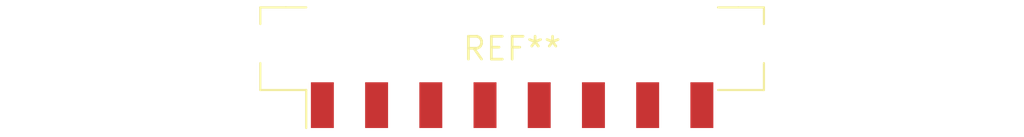
<source format=kicad_pcb>
(kicad_pcb (version 20240108) (generator pcbnew)
  (layers (0 "F.Cu" signal) (31 "B.Cu" signal) (34 "B.Paste" user) (35 "F.Paste" user) (36 "B.SilkS" user "B.Silkscreen") (37 "F.SilkS" user "F.Silkscreen") (38 "B.Mask" user) (39 "F.Mask" user) (44 "Edge.Cuts" user))
  (net 0 "")
  (footprint "Molex_Micro-Fit_3.0_43650-0821_1x08_P3.00mm_Vertical" (layer "F.Cu") (at 0 0)
    (property "Reference" "REF**")
    (property "Value" "Molex_Micro-Fit_3.0_43650-0821_1x08_P3.00mm_Vertical")
    (fp_line (start -13.935 -2.295) (end -12.515 -2.295) (layer "F.SilkS") (stroke (width 0.12)))
    (fp_line (start -13.935 -1.37) (end -13.935 -2.295) (layer "F.SilkS") (stroke (width 0.12)))
    (fp_line (start -13.935 0.8) (end -13.935 2.295) (layer "F.SilkS") (stroke (width 0.12)))
    (fp_line (start -13.935 2.295) (end -11.395 2.295) (layer "F.SilkS") (stroke (width 0.12)))
    (fp_line (start -12.515 -2.295) (end -12.515 -2.295) (layer "F.SilkS") (stroke (width 0.12)))
    (fp_line (start -12.515 -2.295) (end -11.395 -2.295) (layer "F.SilkS") (stroke (width 0.12)))
    (fp_line (start -11.395 2.295) (end -11.395 4.405) (layer "F.SilkS") (stroke (width 0.12)))
    (fp_line (start 12.515 -2.295) (end 11.395 -2.295) (layer "F.SilkS") (stroke (width 0.12)))
    (fp_line (start 12.515 -2.295) (end 12.515 -2.295) (layer "F.SilkS") (stroke (width 0.12)))
    (fp_line (start 13.935 -2.295) (end 12.515 -2.295) (layer "F.SilkS") (stroke (width 0.12)))
    (fp_line (start 13.935 -1.37) (end 13.935 -2.295) (layer "F.SilkS") (stroke (width 0.12)))
    (fp_line (start 13.935 0.8) (end 13.935 2.295) (layer "F.SilkS") (stroke (width 0.12)))
    (fp_line (start 13.935 2.295) (end 11.395 2.295) (layer "F.SilkS") (stroke (width 0.12)))
    (pad "" np_thru_hole circle (at -12.65 -0.285) (size 2.41 2.41) (drill 2.41) (layers *.Cu *.Mask))
    (pad "" np_thru_hole circle (at 12.65 -0.285) (size 2.41 2.41) (drill 2.41) (layers *.Cu *.Mask))
    (pad "1" smd rect (at -10.5 3.135) (size 1.27 2.54) (layers "F.Cu" "F.Paste" "F.Mask"))
    (pad "2" smd rect (at -7.5 3.135) (size 1.27 2.54) (layers "F.Cu" "F.Paste" "F.Mask"))
    (pad "3" smd rect (at -4.5 3.135) (size 1.27 2.54) (layers "F.Cu" "F.Paste" "F.Mask"))
    (pad "4" smd rect (at -1.5 3.135) (size 1.27 2.54) (layers "F.Cu" "F.Paste" "F.Mask"))
    (pad "5" smd rect (at 1.5 3.135) (size 1.27 2.54) (layers "F.Cu" "F.Paste" "F.Mask"))
    (pad "6" smd rect (at 4.5 3.135) (size 1.27 2.54) (layers "F.Cu" "F.Paste" "F.Mask"))
    (pad "7" smd rect (at 7.5 3.135) (size 1.27 2.54) (layers "F.Cu" "F.Paste" "F.Mask"))
    (pad "8" smd rect (at 10.5 3.135) (size 1.27 2.54) (layers "F.Cu" "F.Paste" "F.Mask"))
  )
)
</source>
